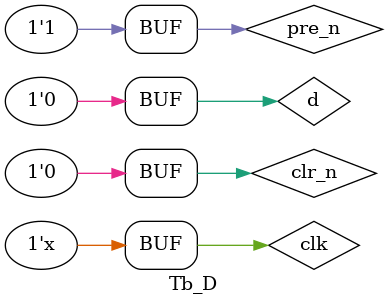
<source format=v>
`timescale 1ns / 1ps


module Tb_D();
    reg clk;
    reg pre_n;
    reg clr_n;
    reg d;
    
    wire qb, qb_;
    wire qd, qd_;
    wire qs, qs_;
    wire qlb, qlb_;
    wire qld, qld_;
    wire qls, qls_;
    
    D_Flipflop_Behavioral D_B(.q(qb), .q_(qb_), .clk(clk), .pre_n(pre_n), .clr_n(clr_n), .d(d));
    D_Flipflop_Dataflow D_D(.q(qd), .q_(qd_), .clk(clk), .pre_n(pre_n), .clr_n(clr_n), .d(d));
    D_Flipflop_Structural D_S(.q(qs), .q_(qs_), .clk(clk), .pre_n(pre_n), .clr_n(clr_n), .d(d));
    
    D_Latch_Behavioral DL_B(.q(qlb), .q_(qlb_), .clk(clk), .pre_n(pre_n), .clr_n(clr_n), .d(d));
    D_Latch_Dataflow DL_D(.q(qld), .q_(qld_), .clk(clk), .pre_n(pre_n), .clr_n(clr_n), .d(d));
    D_Latch_Structural DL_S(.q(qls), .q_(qls_), .clk(clk), .pre_n(pre_n), .clr_n(clr_n), .d(d));
    always
        #20 clk = ~clk;
    
    initial
    begin
        clk = 1'b0;
        pre_n = 1'b0;
        clr_n = 1'b0;
        d = 1'b0;
    end
    
    initial
    begin
        #60 pre_n = 1'b1;
        #120 pre_n = 1'b0; clr_n = 1'b1;
        #60 pre_n = 1'b1; clr_n = 1'b1;
        #20 d = 1'b1;
        #20 d = 1'b0;
        #20 d = 1'b0;
        #20 d = 1'b1;
        #20 d = 1'b1;
        #20 d = 1'b0;
        #20 clr_n = 1'b0;
    end
endmodule

</source>
